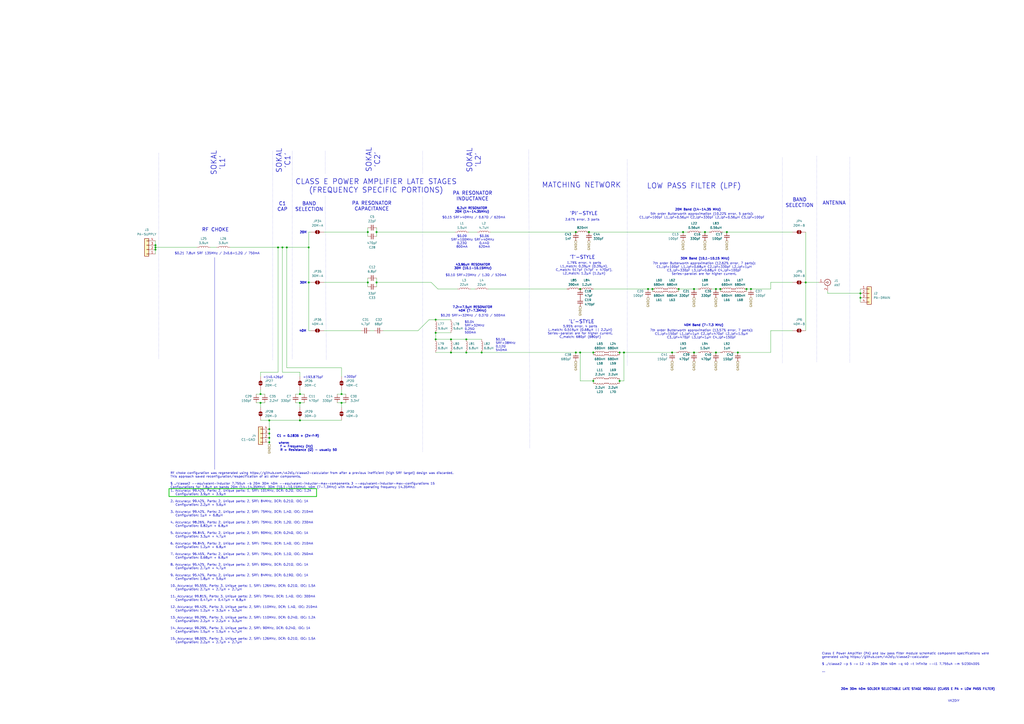
<source format=kicad_sch>
(kicad_sch (version 20231120) (generator "eeschema") (generator_version "8.0")
  (paper "A2")
  (junction (at 252.73 196.85))
  (junction (at 336.55 204.47))
  (junction (at 161.29 143.51))
  (junction (at 156.21 248.92))
  (junction (at 344.17 220.98))
  (junction (at 252.73 185.42))
  (junction (at 156.21 256.54))
  (junction (at 361.95 204.47))
  (junction (at 218.44 134.62))
  (junction (at 415.29 204.47))
  (junction (at 198.12 233.68))
  (junction (at 270.51 204.47))
  (junction (at 375.92 167.64))
  (junction (at 198.12 228.6))
  (junction (at 402.59 167.64))
  (junction (at 344.17 204.47))
  (junction (at 427.99 204.47))
  (junction (at 90.17 142.24))
  (junction (at 261.62 196.85))
  (junction (at 179.07 143.51))
  (junction (at 151.13 233.68))
  (junction (at 151.13 228.6))
  (junction (at 156.21 254))
  (junction (at 433.07 167.64))
  (junction (at 396.24 134.62))
  (junction (at 173.99 233.68))
  (junction (at 270.51 196.85))
  (junction (at 499.11 170.18))
  (junction (at 334.01 204.47))
  (junction (at 359.41 204.47))
  (junction (at 252.73 193.04))
  (junction (at 279.4 204.47))
  (junction (at 408.94 134.62))
  (junction (at 499.11 172.72))
  (junction (at 166.37 143.51))
  (junction (at 334.01 134.62))
  (junction (at 213.36 163.83))
  (junction (at 341.63 134.62))
  (junction (at 378.46 167.64))
  (junction (at 435.61 167.64))
  (junction (at 402.59 204.47))
  (junction (at 218.44 163.83))
  (junction (at 389.89 204.47))
  (junction (at 156.21 243.84))
  (junction (at 359.41 220.98))
  (junction (at 156.21 251.46))
  (junction (at 467.36 163.83))
  (junction (at 336.55 167.64))
  (junction (at 173.99 228.6))
  (junction (at 415.29 167.64))
  (junction (at 179.07 163.83))
  (junction (at 90.17 143.51))
  (junction (at 417.83 167.64))
  (junction (at 90.17 144.78))
  (junction (at 173.99 243.84))
  (junction (at 163.83 143.51))
  (junction (at 213.36 134.62))
  (junction (at 393.7 167.64))
  (junction (at 261.62 204.47))
  (junction (at 421.64 134.62))
  (wire (pts (xy 156.21 243.84) (xy 156.21 248.92)))
  (wire (pts (xy 179.07 143.51) (xy 179.07 163.83)))
  (wire (pts (xy 393.7 167.64) (xy 393.7 168.91)))
  (wire (pts (xy 187.96 134.62) (xy 213.36 134.62)))
  (polyline (pts (xy 493.014 91.186) (xy 493.014 210.82)) (stroke (width 0) (type dot)))
  (wire (pts (xy 408.94 134.62) (xy 411.48 134.62)))
  (wire (pts (xy 359.41 219.71) (xy 359.41 220.98)))
  (wire (pts (xy 499.11 167.64) (xy 499.11 170.18)))
  (wire (pts (xy 198.12 228.6) (xy 200.66 228.6)))
  (wire (pts (xy 447.04 167.64) (xy 447.04 163.83)))
  (wire (pts (xy 179.07 134.62) (xy 180.34 134.62)))
  (wire (pts (xy 180.34 191.77) (xy 179.07 191.77)))
  (wire (pts (xy 270.51 196.85) (xy 279.4 196.85)))
  (wire (pts (xy 261.62 204.47) (xy 270.51 204.47)))
  (wire (pts (xy 151.13 243.84) (xy 156.21 243.84)))
  (wire (pts (xy 90.17 147.32) (xy 90.17 144.78)))
  (wire (pts (xy 218.44 132.08) (xy 218.44 134.62)))
  (wire (pts (xy 222.25 191.77) (xy 242.57 191.77)))
  (wire (pts (xy 402.59 204.47) (xy 405.13 204.47)))
  (wire (pts (xy 187.96 163.83) (xy 213.36 163.83)))
  (wire (pts (xy 156.21 243.84) (xy 173.99 243.84)))
  (wire (pts (xy 344.17 204.47) (xy 344.17 205.74)))
  (wire (pts (xy 218.44 161.29) (xy 218.44 163.83)))
  (wire (pts (xy 187.96 191.77) (xy 209.55 191.77)))
  (wire (pts (xy 415.29 167.64) (xy 417.83 167.64)))
  (wire (pts (xy 173.99 215.9) (xy 173.99 218.44)))
  (wire (pts (xy 270.51 204.47) (xy 279.4 204.47)))
  (wire (pts (xy 393.7 167.64) (xy 402.59 167.64)))
  (polyline (pts (xy 188.595 87.63) (xy 188.595 100.965)) (stroke (width 0) (type dot)))
  (wire (pts (xy 179.07 163.83) (xy 180.34 163.83)))
  (wire (pts (xy 415.29 204.47) (xy 417.83 204.47)))
  (wire (pts (xy 378.46 167.64) (xy 378.46 168.91)))
  (polyline (pts (xy 245.11 87.63) (xy 245.11 100.965)) (stroke (width 0) (type dot)))
  (wire (pts (xy 361.95 204.47) (xy 361.95 220.98)))
  (wire (pts (xy 90.17 142.24) (xy 90.17 139.7)))
  (wire (pts (xy 173.99 228.6) (xy 176.53 228.6)))
  (wire (pts (xy 156.21 256.54) (xy 156.21 257.81)))
  (wire (pts (xy 148.59 228.6) (xy 151.13 228.6)))
  (wire (pts (xy 344.17 219.71) (xy 344.17 220.98)))
  (polyline (pts (xy 92.075 88.9) (xy 92.075 208.534)) (stroke (width 0) (type dot)))
  (wire (pts (xy 163.83 215.9) (xy 173.99 215.9)))
  (wire (pts (xy 406.4 134.62) (xy 408.94 134.62)))
  (wire (pts (xy 284.48 134.62) (xy 334.01 134.62)))
  (polyline (pts (xy 245.11 114.046) (xy 245.11 262.255)) (stroke (width 0) (type dot)))
  (wire (pts (xy 480.06 170.18) (xy 499.11 170.18)))
  (wire (pts (xy 156.21 251.46) (xy 156.21 254)))
  (wire (pts (xy 173.99 233.68) (xy 173.99 236.22)))
  (polyline (pts (xy 169.545 87.63) (xy 169.545 208.534)) (stroke (width 0) (type dot)))
  (wire (pts (xy 133.35 143.51) (xy 161.29 143.51)))
  (wire (pts (xy 375.92 167.64) (xy 378.46 167.64)))
  (wire (pts (xy 179.07 134.62) (xy 179.07 143.51)))
  (wire (pts (xy 90.17 143.51) (xy 114.3 143.51)))
  (wire (pts (xy 427.99 204.47) (xy 447.04 204.47)))
  (wire (pts (xy 195.58 233.68) (xy 198.12 233.68)))
  (wire (pts (xy 90.17 143.51) (xy 90.17 144.78)))
  (wire (pts (xy 344.17 220.98) (xy 336.55 220.98)))
  (wire (pts (xy 151.13 233.68) (xy 153.67 233.68)))
  (wire (pts (xy 173.99 233.68) (xy 176.53 233.68)))
  (wire (pts (xy 171.45 228.6) (xy 173.99 228.6)))
  (polyline (pts (xy 453.898 91.44) (xy 453.898 211.074)) (stroke (width 0) (type dot)))
  (wire (pts (xy 344.17 167.64) (xy 375.92 167.64)))
  (wire (pts (xy 499.11 170.18) (xy 499.11 172.72)))
  (wire (pts (xy 433.07 167.64) (xy 433.07 168.91)))
  (wire (pts (xy 252.73 193.04) (xy 261.62 193.04)))
  (wire (pts (xy 198.12 226.06) (xy 198.12 228.6)))
  (wire (pts (xy 447.04 191.77) (xy 459.74 191.77)))
  (wire (pts (xy 218.44 134.62) (xy 264.16 134.62)))
  (wire (pts (xy 156.21 254) (xy 156.21 256.54)))
  (wire (pts (xy 467.36 163.83) (xy 474.98 163.83)))
  (wire (pts (xy 151.13 218.44) (xy 151.13 215.9)))
  (wire (pts (xy 499.11 172.72) (xy 499.11 175.26)))
  (wire (pts (xy 151.13 215.9) (xy 161.29 215.9)))
  (wire (pts (xy 283.21 167.64) (xy 328.93 167.64)))
  (wire (pts (xy 389.89 204.47) (xy 392.43 204.47)))
  (wire (pts (xy 334.01 204.47) (xy 336.55 204.47)))
  (wire (pts (xy 419.1 134.62) (xy 421.64 134.62)))
  (wire (pts (xy 344.17 220.98) (xy 344.17 222.25)))
  (wire (pts (xy 402.59 167.64) (xy 405.13 167.64)))
  (wire (pts (xy 361.95 204.47) (xy 389.89 204.47)))
  (wire (pts (xy 359.41 220.98) (xy 359.41 222.25)))
  (wire (pts (xy 218.44 163.83) (xy 250.19 163.83)))
  (wire (pts (xy 359.41 204.47) (xy 361.95 204.47)))
  (wire (pts (xy 252.73 193.04) (xy 252.73 196.85)))
  (wire (pts (xy 161.29 143.51) (xy 163.83 143.51)))
  (wire (pts (xy 214.63 191.77) (xy 217.17 191.77)))
  (wire (pts (xy 151.13 233.68) (xy 151.13 236.22)))
  (wire (pts (xy 435.61 167.64) (xy 447.04 167.64)))
  (wire (pts (xy 252.73 196.85) (xy 261.62 196.85)))
  (wire (pts (xy 151.13 228.6) (xy 153.67 228.6)))
  (wire (pts (xy 252.73 204.47) (xy 261.62 204.47)))
  (wire (pts (xy 273.05 167.64) (xy 275.59 167.64)))
  (wire (pts (xy 421.64 134.62) (xy 459.74 134.62)))
  (wire (pts (xy 252.73 185.42) (xy 261.62 185.42)))
  (wire (pts (xy 171.45 233.68) (xy 173.99 233.68)))
  (wire (pts (xy 213.36 134.62) (xy 213.36 137.16)))
  (polyline (pts (xy 306.705 86.995) (xy 307.34 260.35)) (stroke (width 0) (type dot)))
  (wire (pts (xy 250.19 163.83) (xy 254 167.64)))
  (wire (pts (xy 412.75 167.64) (xy 415.29 167.64)))
  (wire (pts (xy 359.41 220.98) (xy 361.95 220.98)))
  (wire (pts (xy 156.21 248.92) (xy 156.21 251.46)))
  (wire (pts (xy 151.13 226.06) (xy 151.13 228.6)))
  (wire (pts (xy 198.12 213.36) (xy 198.12 218.44)))
  (wire (pts (xy 213.36 161.29) (xy 213.36 163.83)))
  (wire (pts (xy 261.62 196.85) (xy 270.51 196.85)))
  (wire (pts (xy 242.57 191.77) (xy 248.92 185.42)))
  (wire (pts (xy 254 167.64) (xy 265.43 167.64)))
  (polyline (pts (xy 124.46 149.352) (xy 124.46 272.288)))
  (wire (pts (xy 148.59 233.68) (xy 151.13 233.68)))
  (wire (pts (xy 198.12 233.68) (xy 198.12 236.22)))
  (wire (pts (xy 412.75 204.47) (xy 415.29 204.47)))
  (wire (pts (xy 121.92 143.51) (xy 125.73 143.51)))
  (wire (pts (xy 213.36 163.83) (xy 213.36 166.37)))
  (wire (pts (xy 425.45 204.47) (xy 427.99 204.47)))
  (wire (pts (xy 166.37 213.36) (xy 198.12 213.36)))
  (wire (pts (xy 341.63 134.62) (xy 396.24 134.62)))
  (wire (pts (xy 218.44 163.83) (xy 218.44 166.37)))
  (wire (pts (xy 447.04 204.47) (xy 447.04 191.77)))
  (wire (pts (xy 195.58 228.6) (xy 198.12 228.6)))
  (wire (pts (xy 467.36 163.83) (xy 467.36 191.77)))
  (wire (pts (xy 166.37 143.51) (xy 179.07 143.51)))
  (wire (pts (xy 163.83 143.51) (xy 166.37 143.51)))
  (wire (pts (xy 163.83 143.51) (xy 163.83 215.9)))
  (wire (pts (xy 90.17 142.24) (xy 90.17 143.51)))
  (polyline (pts (xy 473.71 90.678) (xy 473.71 210.312)) (stroke (width 0) (type dot)))
  (wire (pts (xy 173.99 226.06) (xy 173.99 228.6)))
  (wire (pts (xy 480.06 170.18) (xy 480.06 168.91)))
  (wire (pts (xy 417.83 167.64) (xy 417.83 168.91)))
  (wire (pts (xy 166.37 213.36) (xy 166.37 143.51)))
  (wire (pts (xy 400.05 204.47) (xy 402.59 204.47)))
  (wire (pts (xy 179.07 163.83) (xy 179.07 191.77)))
  (wire (pts (xy 433.07 167.64) (xy 435.61 167.64)))
  (wire (pts (xy 248.92 185.42) (xy 252.73 185.42)))
  (wire (pts (xy 359.41 205.74) (xy 359.41 204.47)))
  (wire (pts (xy 161.29 143.51) (xy 161.29 215.9)))
  (polyline (pts (xy 158.115 87.63) (xy 158.115 208.915)) (stroke (width 0) (type dot)))
  (polyline (pts (xy 363.855 92.71) (xy 363.855 212.344)) (stroke (width 0) (type dot)))
  (wire (pts (xy 198.12 233.68) (xy 200.66 233.68)))
  (wire (pts (xy 279.4 204.47) (xy 334.01 204.47)))
  (wire (pts (xy 447.04 163.83) (xy 459.74 163.83)))
  (wire (pts (xy 271.78 134.62) (xy 276.86 134.62)))
  (wire (pts (xy 173.99 243.84) (xy 198.12 243.84)))
  (wire (pts (xy 396.24 134.62) (xy 398.78 134.62)))
  (wire (pts (xy 218.44 134.62) (xy 218.44 137.16)))
  (wire (pts (xy 213.36 132.08) (xy 213.36 134.62)))
  (wire (pts (xy 336.55 204.47) (xy 344.17 204.47)))
  (wire (pts (xy 336.55 204.47) (xy 336.55 220.98)))
  (wire (pts (xy 467.36 134.62) (xy 467.36 163.83)))
  (polyline (pts (xy 188.722 113.792) (xy 189.23 208.788)) (stroke (width 0) (type dot)))
  (rectangle (start 98.044 283.464) (end 183.642 288.036) (stroke (width 0.4064) (color 0 194 0 1)))
  (text "RF CHOKE" (at 124.968 133.35 0) (effects (font (size 2.032 2.032) (thickness 0.254) (bold yes))))
  (text "20m 30m 40m SOLDER SELECTABLE LATE STAGE MODULE (CLASS E PA + LOW PASS FILTER)" (at 487.68 399.796 0) (effects (font (size 1.27 1.27) (thickness 0.254) (bold yes)) (justify left)))
  (text "7th order Butterworth approximation (13.57% error, 7 parts):\nC1_lpf=150pF L1_lpf=1µH C2_lpf=470pF L2_lpf=1.5µH\nC3_lpf=470pF L3_lpf=1µH C4_lpf=150pF\n" (at 406.908 193.802 0) (effects (font (size 1.27 1.27))))
  (text "RF choke configuration was regenerated using https://github.com/vk2diy/classe2-calculator from after a previous inefficient (high SRF target) design was discarded.\nThis approach saved reconfiguration/respecification of all other components.\n\n$ ./classe2 --equivalent-inductor 7.755uh -b 20m 30m 40m --equivalent-inductor-max-components 3 --equivalent-inductor-max-configurations 15\nConfigurations for 7.8µH on bands 20m (14-14.35MHz), 30m (10.1-10.15MHz), 40m (7-7.3MHz) with maximum operating frequency 14.35MHz:\n1. Accuracy: 99.42%, Parts: 2, Unique parts: 1, SRF: 101MHz, DCR: 0.2Ω, IDC: 1.2A\n   Configuration: 3.9µH + 3.9µH\n\n2. Accuracy: 99.42%, Parts: 2, Unique parts: 2, SRF: 84MHz, DCR: 0.21Ω, IDC: 1A\n   Configuration: 2.2µH + 5.6µH\n\n3. Accuracy: 99.42%, Parts: 2, Unique parts: 2, SRF: 75MHz, DCR: 1.4Ω, IDC: 210mA\n   Configuration: 1µH + 6.8µH\n\n4. Accuracy: 98.26%, Parts: 2, Unique parts: 2, SRF: 75MHz, DCR: 1.2Ω, IDC: 230mA\n   Configuration: 0.82µH + 6.8µH\n\n5. Accuracy: 96.84%, Parts: 2, Unique parts: 2, SRF: 90MHz, DCR: 0.24Ω, IDC: 1A\n   Configuration: 3.3µH + 4.7µH\n\n6. Accuracy: 96.84%, Parts: 2, Unique parts: 2, SRF: 75MHz, DCR: 1.4Ω, IDC: 210mA\n   Configuration: 1.2µH + 6.8µH\n\n7. Accuracy: 96.45%, Parts: 2, Unique parts: 2, SRF: 75MHz, DCR: 1.1Ω, IDC: 250mA\n   Configuration: 0.68µH + 6.8µH\n\n8. Accuracy: 95.42%, Parts: 2, Unique parts: 2, SRF: 90MHz, DCR: 0.21Ω, IDC: 1A\n   Configuration: 2.7µH + 4.7µH\n\n9. Accuracy: 95.42%, Parts: 2, Unique parts: 2, SRF: 84MHz, DCR: 0.19Ω, IDC: 1A\n   Configuration: 1.8µH + 5.6µH\n\n10. Accuracy: 95.55%, Parts: 3, Unique parts: 1, SRF: 126MHz, DCR: 0.21Ω, IDC: 1.5A\n   Configuration: 2.7µH + 2.7µH + 2.7µH\n\n11. Accuracy: 99.81%, Parts: 3, Unique parts: 2, SRF: 75MHz, DCR: 1.4Ω, IDC: 300mA\n   Configuration: 0.47µH + 0.47µH + 6.8µH\n\n12. Accuracy: 99.42%, Parts: 3, Unique parts: 2, SRF: 110MHz, DCR: 1.4Ω, IDC: 210mA\n   Configuration: 1.2µH + 3.3µH + 3.3µH\n\n13. Accuracy: 99.29%, Parts: 3, Unique parts: 2, SRF: 110MHz, DCR: 0.24Ω, IDC: 1.2A\n   Configuration: 2.2µH + 2.2µH + 3.3µH\n\n14. Accuracy: 99.29%, Parts: 3, Unique parts: 2, SRF: 90MHz, DCR: 0.24Ω, IDC: 1A\n   Configuration: 1.5µH + 1.5µH + 4.7µH\n\n15. Accuracy: 98.00%, Parts: 3, Unique parts: 2, SRF: 126MHz, DCR: 0.21Ω, IDC: 1.5A\n   Configuration: 2.2µH + 2.7µH + 2.7µH\n" (at 98.806 273.812 0) (effects (font (size 1.27 1.27)) (justify left top)))
  (text "$0.10 SRF>23MHz / 1.3Ω / 520mA\n" (at 276.098 159.766 0) (effects (font (size 1.27 1.27))))
  (text "6.2uH RESONATOR\n20M (14-14.35MHz)" (at 273.812 121.92 0) (effects (font (size 1.27 1.27) (thickness 0.254) (bold yes))))
  (text "2.67% error, 3 parts" (at 337.82 127.508 0) (effects (font (size 1.27 1.27))))
  (text "5th order Butterworth approximation (10.22% error, 5 parts):\nC1_lpf=100pF L1_lpf=0.56µH C2_lpf=330pF L2_lpf=0.56µH C3_lpf=100pF" (at 407.162 125.222 0) (effects (font (size 1.27 1.27))))
  (text "30M" (at 175.895 164.084 0) (effects (font (size 1.27 1.27) (thickness 0.254) (bold yes))))
  (text "ANTENNA" (at 483.87 117.856 0) (effects (font (size 2.032 2.032) (thickness 0.254) (bold yes))))
  (text "20M Band (14-14.35 MHz)" (at 404.876 121.666 0) (effects (font (size 1.27 1.27) (thickness 0.254) (bold yes))))
  (text "=140.426pF" (at 152.654 218.948 0) (effects (font (size 1.27 1.27)) (justify left)))
  (text "40M Band (7-7.3 MHz)" (at 408.178 188.722 0) (effects (font (size 1.27 1.27) (thickness 0.254) (bold yes))))
  (text "$0.21 7.8uH SRF 135MHz / 2x0.6=1.2Ω / 750mA\n" (at 125.984 147.066 0) (effects (font (size 1.27 1.27))))
  (text "$0.09\nSRF>100MHz\n0.23Ω\n800mA\n" (at 267.97 140.208 0) (effects (font (size 1.27 1.27))))
  (text "$0.06\nSRF>40MHz\n0.44Ω\n620mA\n" (at 280.924 140.208 0) (effects (font (size 1.27 1.27))))
  (text "'PI'-STYLE" (at 338.582 123.952 0) (effects (font (size 2.032 2.032) (thickness 0.254) (bold yes))))
  (text "Class E Power Amplifier (PA) and low pass filter module schematic component specifications were\ngenerated using https://github.com/vk2diy/classe2-calculator\n\n$ ./classe2 -p 5 -v 12 -b 20m 30m 40m -q 40 -t infinite --l1 7.755uh -m SI2304DDS\n\n..." (at 476.758 384.302 0) (effects (font (size 1.27 1.27)) (justify left)))
  (text "C1 = 0.1836 ÷ (2π⋅f⋅R)\n\n where:\n  f = Frequency (Hz)\n  R = Resistance (Ω) - usually 50" (at 160.528 257.048 0) (effects (font (size 1.27 1.27) (thickness 0.254) (bold yes)) (justify left)))
  (text "LOW PASS FILTER (LPF)" (at 402.59 107.95 0) (effects (font (size 3.048 3.048) (thickness 0.254) (bold yes))))
  (text "5.95% error, 4 parts\nL_match: 0.519µH (0.68µH || 2.2µH)\nSeries-parallel are for higher current.\nC_match: 680pF (680pF)\n" (at 336.55 192.532 0) (effects (font (size 1.27 1.27))))
  (text "$0.04\nSRF>32MHz\n0.25Ω\n500mA" (at 269.494 189.992 0) (effects (font (size 1.27 1.27)) (justify left)))
  (text "'T'-STYLE" (at 337.82 149.352 0) (effects (font (size 2.032 2.032) (thickness 0.254) (bold yes))))
  (text "1.79% error, 4 parts\nL1_match: 0.39µH (0.39µH),\nC_match: 517pF (47pF + 470pF),\nL2_match: 1.2µH (1.2µH)\n" (at 338.836 155.702 0) (effects (font (size 1.27 1.27))))
  (text "VK2DIY" (at 549.91 406.654 0) (effects (font (size 1.27 1.27)) (justify left)))
  (text "BAND\nSELECTION" (at 179.324 119.888 0) (effects (font (size 2.032 2.032) (thickness 0.254) (bold yes))))
  (text "'L'-STYLE" (at 337.312 186.69 0) (effects (font (size 2.032 2.032) (thickness 0.254) (bold yes))))
  (text "MATCHING NETWORK" (at 337.312 107.442 0) (effects (font (size 3.048 3.048) (thickness 0.254) (bold yes))))
  (text "20M" (at 175.895 134.874 0) (effects (font (size 1.27 1.27) (thickness 0.254) (bold yes))))
  (text "=300pF" (at 199.39 218.694 0) (effects (font (size 1.27 1.27)) (justify left)))
  (text "C1\nCAP" (at 163.83 119.888 0) (effects (font (size 2.032 2.032) (thickness 0.254) (bold yes))))
  (text "SOKAL\n'C2'" (at 216.408 92.71 90) (effects (font (size 3.048 3.048) (thickness 0.254) (bold yes))))
  (text "$0.15 SRF>40MHz / 0.67Ω / 620mA\n" (at 274.828 126.238 0) (effects (font (size 1.27 1.27))))
  (text "30M Band (10.1-10.15 MHz)" (at 408.94 150.114 0) (effects (font (size 1.27 1.27) (thickness 0.254) (bold yes))))
  (text "BAND\nSELECTION" (at 463.804 117.602 0) (effects (font (size 2.032 2.032) (thickness 0.254) (bold yes))))
  (text "43.96uH RESONATOR\n30M (10.1-10.15MHz)" (at 274.32 154.686 0) (effects (font (size 1.27 1.27) (thickness 0.254) (bold yes))))
  (text "$0.16\nSRF>38MHz\n0.12Ω\n540mA" (at 287.528 200.152 0) (effects (font (size 1.27 1.27)) (justify left)))
  (text "SOKAL\n'L1'" (at 126.492 94.488 90) (effects (font (size 3.048 3.048) (thickness 0.254) (bold yes))))
  (text "7.2~=7.5uH RESONATOR\n40M (7-7.3MHz)" (at 274.066 179.324 0) (effects (font (size 1.27 1.27) (thickness 0.254) (bold yes))))
  (text "PA RESONATOR\nINDUCTANCE" (at 274.066 113.792 0) (effects (font (size 2.032 2.032) (thickness 0.254) (bold yes))))
  (text "SOKAL\n'L2'" (at 274.828 92.964 90) (effects (font (size 3.048 3.048) (thickness 0.254) (bold yes))))
  (text "7th order Butterworth approximation (12.62% error, 7 parts):\nC1_lpf=100pF L1_lpf=0.68µH C2_lpf=330pF L2_lpf=1µH\nC3_lpf=330pF L3_lpf=0.68µH C4_lpf=100pF\nSeries-parallel are for higher current.\n" (at 408.432 155.956 0) (effects (font (size 1.27 1.27))))
  (text "CLASS E POWER AMPLIFIER LATE STAGES\n(FREQUENCY SPECIFIC PORTIONS)" (at 218.186 107.95 0) (effects (font (size 3.048 3.048) (thickness 0.254) (bold yes))))
  (text "SOKAL\n'C1'" (at 164.338 93.218 90) (effects (font (size 3.048 3.048) (thickness 0.254) (bold yes))))
  (text "=193.875pF" (at 175.768 218.948 0) (effects (font (size 1.27 1.27)) (justify left)))
  (text "$0.20 SRF>~32MHz / 0.37Ω / 500mA\n" (at 274.32 183.134 0) (effects (font (size 1.27 1.27))))
  (text "40M" (at 175.641 192.024 0) (effects (font (size 1.27 1.27) (thickness 0.254) (bold yes))))
  (text "PA RESONATOR\nCAPACITANCE" (at 215.646 119.634 0) (effects (font (size 2.032 2.032) (thickness 0.254) (bold yes))))
  (hierarchical_label "GND" (shape passive) (at 421.64 139.7 270))
  (hierarchical_label "GND" (shape passive) (at 402.59 209.55 270))
  (hierarchical_label "GND" (shape passive) (at 408.94 139.7 270))
  (hierarchical_label "GND" (shape passive) (at 396.24 139.7 270))
  (hierarchical_label "GND" (shape passive) (at 435.61 172.72 270))
  (hierarchical_label "GND" (shape passive) (at 336.55 177.8 270))
  (hierarchical_label "GND" (shape passive) (at 156.21 257.81 270))
  (hierarchical_label "GND" (shape passive) (at 415.29 209.55 270))
  (hierarchical_label "GND" (shape passive) (at 334.01 139.7 270))
  (hierarchical_label "GND" (shape passive) (at 415.29 172.72 270))
  (hierarchical_label "GND" (shape passive) (at 375.92 172.72 270))
  (hierarchical_label "GND" (shape passive) (at 402.59 172.72 270))
  (hierarchical_label "GND" (shape passive) (at 334.01 209.55 270))
  (hierarchical_label "GND" (shape passive) (at 427.99 209.55 270))
  (hierarchical_label "GND" (shape passive) (at 389.89 209.55 270))
  (hierarchical_label "GND" (shape passive) (at 341.63 139.7 270))
  (symbol (lib_id "Device:L") (at 355.6 205.74 90) (mirror x) (unit 1)
    (property "Reference" "L59" (at 355.6 210.82 90))
    (property "Value" "680nH" (at 355.6 208.28 90))
    (property "Footprint" "Inductor_SMD:L_0603_1608Metric" (effects (hide yes)))
    (property "Datasheet" "https://wmsc.lcsc.com/wmsc/upload/file/pdf/v2/lcsc/2304140030_FH--Guangdong-Fenghua-Advanced-Tech-CMH160808BR68MT_C394955.pdf" (effects (hide yes)))
    (property "Description" "680nH ±20% 0603 Power Inductors ROHS" (effects (hide yes)))
    (property "LCSC Part #" "C394955" (effects (hide yes)))
    (property "MPN" "CMH160808BR68MT" (effects (hide yes)))
    (property "Manufacturer" "Fenghua" (effects (hide yes)))
  )
  (symbol (lib_id "Device:L") (at 129.54 143.51 90) (unit 1)
    (property "Reference" "L26" (at 129.54 138.43 90))
    (property "Value" "3.9uH" (at 129.54 140.97 90))
    (property "Footprint" "Inductor_SMD:L_1812_4532Metric" (effects (hide yes)))
    (property "Datasheet" "https://wmsc.lcsc.com/wmsc/upload/file/pdf/v2/lcsc/2303141830_FH--Guangdong-Fenghua-Advanced-Tech-FHW1812IF3R9JST_C394117.pdf" (effects (hide yes)))
    (property "Description" "750mA 3.9uH ±5% 600mΩ 1812 Inductors (SMD) ROHS" (effects (hide yes)))
    (property "LCSC Part #" "C394117" (effects (hide yes)))
    (property "MPN" "FHW1812IF3R9JST" (effects (hide yes)))
    (property "Manufacturer" "Fenghua" (effects (hide yes)))
  )
  (symbol (lib_id "Device:C_Small") (at 215.9 137.16 90) (mirror x) (unit 1)
    (property "Reference" "C28" (at 215.9063 143.51 90))
    (property "Value" "470pF" (at 215.9063 140.97 90))
    (property "Footprint" "Capacitor_SMD:C_0603_1608Metric" (effects (hide yes)))
    (property "Datasheet" "https://www.lcsc.com/datasheet/lcsc_datasheet_2304140030_YAGEO-CC0603JRNPO9BN471_C106211.pdf" (effects (hide yes)))
    (property "Description" "50V 470pF NP0 ±5% 0603 Multilayer Ceramic Capacitors MLCC - SMD/SMT ROHS" (effects (hide yes)))
    (property "LCSC Part #" "C106211" (effects (hide yes)))
    (property "MPN" "CC0603JRNPO9BN471" (effects (hide yes)))
    (property "Manufacturer" "Yageo" (effects (hide yes)))
  )
  (symbol (lib_id "Device:C_Small") (at 341.63 137.16 0) (unit 1)
    (property "Reference" "C44" (at 344.17 135.8962 0) (effects (justify left)))
    (property "Value" "330pF" (at 344.17 138.4362 0) (effects (justify left)))
    (property "Footprint" "Capacitor_SMD:C_0603_1608Metric" (effects (hide yes)))
    (property "Datasheet" "https://www.lcsc.com/datasheet/lcsc_datasheet_2304140030_Samsung-Electro-Mechanics-CL10C331JB8NNNC_C1664.pdf" (effects (hide yes)))
    (property "Description" "50V 330pF C0G ±5% 0603 Multilayer Ceramic Capacitors MLCC - SMD/SMT ROHS" (effects (hide yes)))
    (property "LCSC Part #" "C1664" (effects (hide yes)))
    (property "MPN" "CL10C331JB8NNNC" (effects (hide yes)))
    (property "Manufacturer" "Samsung" (effects (hide yes)))
  )
  (symbol (lib_id "Device:C_Small") (at 389.89 207.01 0) (mirror y) (unit 1)
    (property "Reference" "C41" (at 387.35 205.7462 0) (effects (justify left)))
    (property "Value" "150pF" (at 387.35 208.2862 0) (effects (justify left)))
    (property "Footprint" "Capacitor_SMD:C_0201_0603Metric" (effects (hide yes)))
    (property "Datasheet" "https://www.lcsc.com/datasheet/lcsc_datasheet_2304140030_FH--Guangdong-Fenghua-Advanced-Tech-0603B151K500NT_C1594.pdf" (effects (hide yes)))
    (property "Description" "50V 150pF X7R ±10% 0603 Multilayer Ceramic Capacitors MLCC - SMD/SMT ROHS" (effects (hide yes)))
    (property "MPN" "0603B151K500NT" (effects (hide yes)))
    (property "Manufacturer" "Fenghua" (effects (hide yes)))
    (property "LCSC Part #" "C1594" (effects (hide yes)))
  )
  (symbol (lib_id "Device:C_Small") (at 375.92 170.18 0) (mirror y) (unit 1)
    (property "Reference" "C20" (at 373.38 168.9162 0) (effects (justify left)))
    (property "Value" "100pF" (at 373.38 171.4562 0) (effects (justify left)))
    (property "Footprint" "Capacitor_SMD:C_0805_2012Metric" (effects (hide yes)))
    (property "Datasheet" "https://wmsc.lcsc.com/wmsc/upload/file/pdf/v2/lcsc/2304140030_Samsung-Electro-Mechanics-CL21C101JBANNNC_C1790.pdf" (effects (hide yes)))
    (property "Description" "50V 100pF C0G ±5% 0805 Multilayer Ceramic Capacitors MLCC - SMD/SMT ROHS" (effects (hide yes)))
    (property "LCSC Part #" "C1790" (effects (hide yes)))
    (property "MPN" "CL21C101JBANNNC" (effects (hide yes)))
    (property "Manufacturer" "Samsung" (effects (hide yes)))
  )
  (symbol (lib_id "Device:C_Small") (at 148.59 231.14 0) (mirror y) (unit 1)
    (property "Reference" "C29" (at 146.05 229.8762 0) (effects (justify left)))
    (property "Value" "150pF" (at 146.05 232.4162 0) (effects (justify left)))
    (property "Footprint" "Capacitor_SMD:C_0201_0603Metric" (effects (hide yes)))
    (property "Datasheet" "https://www.lcsc.com/datasheet/lcsc_datasheet_2304140030_FH--Guangdong-Fenghua-Advanced-Tech-0603B151K500NT_C1594.pdf" (effects (hide yes)))
    (property "Description" "50V 150pF X7R ±10% 0603 Multilayer Ceramic Capacitors MLCC - SMD/SMT ROHS" (effects (hide yes)))
    (property "MPN" "0603B151K500NT" (effects (hide yes)))
    (property "Manufacturer" "Fenghua" (effects (hide yes)))
    (property "LCSC Part #" "C1594" (effects (hide yes)))
  )
  (symbol (lib_id "Jumper:SolderJumper_2_Open") (at 463.55 163.83 0) (unit 1) (exclude_from_sim yes) (in_bom no)
    (property "Reference" "JP5" (at 463.55 157.48 0))
    (property "Value" "30M-B" (at 463.55 160.02 0))
    (property "Footprint" "Jumper:SolderJumper-2_P1.3mm_Open_RoundedPad1.0x1.5mm" (effects (hide yes)))
    (property "Description" "Solder Jumper, 2-pole, open" (effects (hide yes)))
  )
  (symbol (lib_id "Device:C_Small") (at 195.58 231.14 0) (mirror y) (unit 1)
    (property "Reference" "C14" (at 193.04 229.8762 0) (effects (justify left)))
    (property "Value" "330pF" (at 193.04 232.4162 0) (effects (justify left)))
    (property "Footprint" "Capacitor_SMD:C_0603_1608Metric" (effects (hide yes)))
    (property "Datasheet" "https://www.lcsc.com/datasheet/lcsc_datasheet_2304140030_Samsung-Electro-Mechanics-CL10C331JB8NNNC_C1664.pdf" (effects (hide yes)))
    (property "Description" "50V 330pF C0G ±5% 0603 Multilayer Ceramic Capacitors MLCC - SMD/SMT ROHS" (effects (hide yes)))
    (property "LCSC Part #" "C1664" (effects (hide yes)))
    (property "MPN" "CL10C331JB8NNNC" (effects (hide yes)))
    (property "Manufacturer" "Samsung" (effects (hide yes)))
  )
  (symbol (lib_id "Device:C_Small") (at 219.71 191.77 90) (unit 1)
    (property "Reference" "C32" (at 219.7163 185.42 90))
    (property "Value" "68pF" (at 219.7163 187.96 90))
    (property "Footprint" "Capacitor_SMD:C_0603_1608Metric" (effects (hide yes)))
    (property "Datasheet" "https://www.lcsc.com/datasheet/lcsc_datasheet_2304140030_Samsung-Electro-Mechanics-CL10C680JB8NNNC_C28262.pdf" (effects (hide yes)))
    (property "Description" "50V 68pF C0G ±5% 0603 Multilayer Ceramic Capacitors MLCC - SMD/SMT ROHS" (effects (hide yes)))
    (property "LCSC Part #" "C28262" (effects (hide yes)))
    (property "MPN" "CL10C680JB8NNNC" (effects (hide yes)))
    (property "Manufacturer" "Samsung" (effects (hide yes)))
  )
  (symbol (lib_id "Device:L") (at 252.73 189.23 0) (unit 1)
    (property "Reference" "L77" (at 254 187.9599 0) (effects (justify left)))
    (property "Value" "5.6uH" (at 254 190.4999 0) (effects (justify left)))
    (property "Footprint" "Inductor_SMD:L_0805_2012Metric" (effects (hide yes)))
    (property "Datasheet" "https://wmsc.lcsc.com/wmsc/upload/file/pdf/v2/lcsc/2302231030_FH--Guangdong-Fenghua-Advanced-Tech-CMP201209XD5R6MT_C395017.pdf" (effects (hide yes)))
    (property "Description" "250mA 5.6uH ±20% 500mΩ 0805 Inductors (SMD) ROHS" (effects (hide yes)))
    (property "LCSC Part #" "C395017" (effects (hide yes)))
    (property "MPN" "CMP201209XD5R6MT" (effects (hide yes)))
    (property "Manufacturer" "Fenghua" (effects (hide yes)))
  )
  (symbol (lib_id "Device:C_Small") (at 435.61 170.18 0) (unit 1)
    (property "Reference" "C37" (at 438.15 168.9162 0) (effects (justify left)))
    (property "Value" "100pF" (at 438.15 171.4562 0) (effects (justify left)))
    (property "Footprint" "Capacitor_SMD:C_0805_2012Metric" (effects (hide yes)))
    (property "Datasheet" "https://wmsc.lcsc.com/wmsc/upload/file/pdf/v2/lcsc/2304140030_Samsung-Electro-Mechanics-CL21C101JBANNNC_C1790.pdf" (effects (hide yes)))
    (property "Description" "50V 100pF C0G ±5% 0805 Multilayer Ceramic Capacitors MLCC - SMD/SMT ROHS" (effects (hide yes)))
    (property "LCSC Part #" "C1790" (effects (hide yes)))
    (property "MPN" "CL21C101JBANNNC" (effects (hide yes)))
    (property "Manufacturer" "Samsung" (effects (hide yes)))
  )
  (symbol (lib_id "Device:C_Small") (at 334.01 137.16 0) (mirror y) (unit 1)
    (property "Reference" "C43" (at 331.47 135.8962 0) (effects (justify left)))
    (property "Value" "1nF" (at 331.47 138.4362 0) (effects (justify left)))
    (property "Footprint" "Capacitor_SMD:C_1206_3216Metric" (effects (hide yes)))
    (property "Datasheet" "https://wmsc.lcsc.com/wmsc/upload/file/pdf/v2/lcsc/2304140030_FH--Guangdong-Fenghua-Advanced-Tech-1206B102K202NT_C9196.pdf" (effects (hide yes)))
    (property "Description" "2kV 1nF X7R ±10% 1206 Multilayer Ceramic Capacitors MLCC - SMD/SMT ROHS" (effects (hide yes)))
    (property "LCSC Part #" "C9196" (effects (hide yes)))
    (property "MPN" "1206B102K202NT" (effects (hide yes)))
    (property "Manufacturer" "Fenghua" (effects (hide yes)))
  )
  (symbol (lib_id "Device:L") (at 421.64 167.64 90) (unit 1)
    (property "Reference" "L64" (at 421.64 162.56 90))
    (property "Value" "680nH" (at 421.64 165.1 90))
    (property "Footprint" "Inductor_SMD:L_0603_1608Metric" (effects (hide yes)))
    (property "Datasheet" "https://wmsc.lcsc.com/wmsc/upload/file/pdf/v2/lcsc/2304140030_FH--Guangdong-Fenghua-Advanced-Tech-CMH160808BR68MT_C394955.pdf" (effects (hide yes)))
    (property "Description" "680nH ±20% 0603 Power Inductors ROHS" (effects (hide yes)))
    (property "LCSC Part #" "C394955" (effects (hide yes)))
    (property "MPN" "CMH160808BR68MT" (effects (hide yes)))
    (property "Manufacturer" "Fenghua" (effects (hide yes)))
  )
  (symbol (lib_id "Jumper:SolderJumper_2_Open") (at 151.13 240.03 90) (unit 1) (exclude_from_sim yes) (in_bom no)
    (property "Reference" "JP28" (at 153.67 238.7599 90) (effects (justify right)))
    (property "Value" "20M-D" (at 153.67 241.2999 90) (effects (justify right)))
    (property "Footprint" "Jumper:SolderJumper-2_P1.3mm_Open_RoundedPad1.0x1.5mm" (effects (hide yes)))
    (property "Description" "Solder Jumper, 2-pole, open" (effects (hide yes)))
  )
  (symbol (lib_id "Device:C_Small") (at 415.29 170.18 0) (mirror y) (unit 1)
    (property "Reference" "C36" (at 412.75 168.9162 0) (effects (justify left)))
    (property "Value" "330pF" (at 412.75 171.4562 0) (effects (justify left)))
    (property "Footprint" "Capacitor_SMD:C_0603_1608Metric" (effects (hide yes)))
    (property "Datasheet" "https://www.lcsc.com/datasheet/lcsc_datasheet_2304140030_Samsung-Electro-Mechanics-CL10C331JB8NNNC_C1664.pdf" (effects (hide yes)))
    (property "Description" "50V 330pF C0G ±5% 0603 Multilayer Ceramic Capacitors MLCC - SMD/SMT ROHS" (effects (hide yes)))
    (property "LCSC Part #" "C1664" (effects (hide yes)))
    (property "MPN" "CL10C331JB8NNNC" (effects (hide yes)))
    (property "Manufacturer" "Samsung" (effects (hide yes)))
  )
  (symbol (lib_id "Device:L") (at 389.89 167.64 90) (unit 1)
    (property "Reference" "L62" (at 389.89 162.56 90))
    (property "Value" "680nH" (at 389.89 165.1 90))
    (property "Footprint" "Inductor_SMD:L_0603_1608Metric" (effects (hide yes)))
    (property "Datasheet" "https://wmsc.lcsc.com/wmsc/upload/file/pdf/v2/lcsc/2304140030_FH--Guangdong-Fenghua-Advanced-Tech-CMH160808BR68MT_C394955.pdf" (effects (hide yes)))
    (property "Description" "680nH ±20% 0603 Power Inductors ROHS" (effects (hide yes)))
    (property "LCSC Part #" "C394955" (effects (hide yes)))
    (property "MPN" "CMH160808BR68MT" (effects (hide yes)))
    (property "Manufacturer" "Fenghua" (effects (hide yes)))
  )
  (symbol (lib_id "Device:C_Small") (at 396.24 137.16 0) (mirror y) (unit 1)
    (property "Reference" "C13" (at 393.7 135.8962 0) (effects (justify left)))
    (property "Value" "100pF" (at 393.7 138.4362 0) (effects (justify left)))
    (property "Footprint" "Capacitor_SMD:C_0805_2012Metric" (effects (hide yes)))
    (property "Datasheet" "https://wmsc.lcsc.com/wmsc/upload/file/pdf/v2/lcsc/2304140030_Samsung-Electro-Mechanics-CL21C101JBANNNC_C1790.pdf" (effects (hide yes)))
    (property "Description" "50V 100pF C0G ±5% 0805 Multilayer Ceramic Capacitors MLCC - SMD/SMT ROHS" (effects (hide yes)))
    (property "LCSC Part #" "C1790" (effects (hide yes)))
    (property "MPN" "CL21C101JBANNNC" (effects (hide yes)))
    (property "Manufacturer" "Samsung" (effects (hide yes)))
  )
  (symbol (lib_id "Device:C_Small") (at 402.59 207.01 0) (mirror y) (unit 1)
    (property "Reference" "C39" (at 400.05 205.7462 0) (effects (justify left)))
    (property "Value" "470pF" (at 400.05 208.2862 0) (effects (justify left)))
    (property "Footprint" "Capacitor_SMD:C_0805_2012Metric" (effects (hide yes)))
    (property "Datasheet" "https://wmsc.lcsc.com/wmsc/upload/file/pdf/v2/lcsc/2304140030_FH--Guangdong-Fenghua-Advanced-Tech-0805B471K500NT_C1743.pdf" (effects (hide yes)))
    (property "Description" "50V 470pF X7R ±10% 0805 Multilayer Ceramic Capacitors MLCC - SMD/SMT ROHS" (effects (hide yes)))
    (property "LCSC Part #" "C1743" (effects (hide yes)))
    (property "MPN" "0805B471K500NT" (effects (hide yes)))
    (property "Manufacturer" "Fenghua" (effects (hide yes)))
  )
  (symbol (lib_id "Jumper:SolderJumper_2_Open") (at 173.99 240.03 90) (unit 1) (exclude_from_sim yes) (in_bom no)
    (property "Reference" "JP29" (at 176.53 238.7599 90) (effects (justify right)))
    (property "Value" "30M-D" (at 176.53 241.2999 90) (effects (justify right)))
    (property "Footprint" "Jumper:SolderJumper-2_P1.3mm_Open_RoundedPad1.0x1.5mm" (effects (hide yes)))
    (property "Description" "Solder Jumper, 2-pole, open" (effects (hide yes)))
  )
  (symbol (lib_id "Device:L") (at 347.98 219.71 90) (unit 1)
    (property "Reference" "L11" (at 347.98 214.63 90))
    (property "Value" "2.2uH" (at 347.98 217.17 90))
    (property "Footprint" "Inductor_SMD:L_0603_1608Metric" (effects (hide yes)))
    (property "Datasheet" "https://wmsc.lcsc.com/wmsc/upload/file/pdf/v2/lcsc/2403291731_Chilisin-Elec-LS0603-2R2J-N_C2935084.pdf" (effects (hide yes)))
    (property "Description" "500mA 2.2uH ±5% 1.2Ω 0603 Inductors (SMD) ROHS" (effects (hide yes)))
    (property "LCSC Part #" "C2935084" (effects (hide yes)))
    (property "MPN" "LS0603-2R2J-N" (effects (hide yes)))
    (property "Manufacturer" "Chilisin" (effects (hide yes)))
  )
  (symbol (lib_id "Device:L") (at 269.24 167.64 90) (unit 1)
    (property "Reference" "L3" (at 269.24 162.56 90))
    (property "Value" "22uH" (at 269.24 165.1 90))
    (property "Footprint" "Inductor_SMD:L_Sunlord_SWPA3015S" (effects (hide yes)))
    (property "Datasheet" "https://www.lcsc.com/datasheet/lcsc_datasheet_2310251551_Sunlord-SWPA3015S220MT_C83438.pdf" (effects (hide yes)))
    (property "Description" "570mA 22uH ±20% 520mA SMD,3x3mm Power Inductors ROHS" (effects (hide yes)))
    (property "LCSC Part #" "C83438" (effects (hide yes)))
    (property "MPN" "SWPA3015S220MT" (effects (hide yes)))
    (property "Manufacturer" "Sunlord" (effects (hide yes)))
  )
  (symbol (lib_id "Jumper:SolderJumper_2_Open") (at 173.99 222.25 90) (unit 1) (exclude_from_sim yes) (in_bom no)
    (property "Reference" "JP26" (at 176.53 220.9799 90) (effects (justify right)))
    (property "Value" "30M-C" (at 176.53 223.5199 90) (effects (justify right)))
    (property "Footprint" "Jumper:SolderJumper-2_P1.3mm_Open_RoundedPad1.0x1.5mm" (effects (hide yes)))
    (property "Description" "Solder Jumper, 2-pole, open" (effects (hide yes)))
  )
  (symbol (lib_id "Device:C_Small") (at 427.99 207.01 0) (mirror y) (unit 1)
    (property "Reference" "C42" (at 425.45 205.7462 0) (effects (justify left)))
    (property "Value" "150pF" (at 425.45 208.2862 0) (effects (justify left)))
    (property "Footprint" "Capacitor_SMD:C_0201_0603Metric" (effects (hide yes)))
    (property "Datasheet" "https://www.lcsc.com/datasheet/lcsc_datasheet_2304140030_FH--Guangdong-Fenghua-Advanced-Tech-0603B151K500NT_C1594.pdf" (effects (hide yes)))
    (property "Description" "50V 150pF X7R ±10% 0603 Multilayer Ceramic Capacitors MLCC - SMD/SMT ROHS" (effects (hide yes)))
    (property "MPN" "0603B151K500NT" (effects (hide yes)))
    (property "Manufacturer" "Fenghua" (effects (hide yes)))
    (property "LCSC Part #" "C1594" (effects (hide yes)))
  )
  (symbol (lib_id "Connector_Generic:Conn_01x04") (at 504.19 170.18 0) (unit 1)
    (property "Reference" "J2" (at 506.73 170.1799 0) (effects (justify left)))
    (property "Value" "PA-DRAIN" (at 506.73 172.7199 0) (effects (justify left)))
    (property "Footprint" "Connector_PinSocket_2.54mm:PinSocket_1x04_P2.54mm_Vertical" (effects (hide yes)))
    (property "Description" "Generic connector, single row, 01x04, script generated (kicad-library-utils/schlib/autogen/connector/)" (effects (hide yes)))
  )
  (symbol (lib_id "Device:C_Small") (at 215.9 166.37 90) (mirror x) (unit 1)
    (property "Reference" "C33" (at 215.9063 172.72 90))
    (property "Value" "33pF" (at 215.9063 170.18 90))
    (property "Footprint" "Capacitor_SMD:C_1206_3216Metric" (effects (hide yes)))
    (property "Datasheet" "https://wmsc.lcsc.com/wmsc/upload/file/pdf/v2/lcsc/2304140030_Murata-Electronics-GRM31A5C2J330JW01D_C415521.pdf" (effects (hide yes)))
    (property "Description" "630V 33pF C0G ±5% 1206 Multilayer Ceramic Capacitors MLCC - SMD/SMT ROHS" (effects (hide yes)))
    (property "LCSC Part #" "C415521" (effects (hide yes)))
    (property "MPN" "GRM31A5C2J330JW01D" (effects (hide yes)))
    (property "Manufacturer" "Murata" (effects (hide yes)))
  )
  (symbol (lib_id "Connector_Generic:Conn_01x04") (at 85.09 144.78 180) (unit 1)
    (property "Reference" "J3" (at 85.09 133.35 0))
    (property "Value" "PA-SUPPLY" (at 85.09 135.89 0))
    (property "Footprint" "Connector_PinSocket_2.54mm:PinSocket_1x04_P2.54mm_Vertical" (effects (hide yes)))
    (property "Description" "Generic connector, single row, 01x04, script generated (kicad-library-utils/schlib/autogen/connector/)" (effects (hide yes)))
  )
  (symbol (lib_id "Device:L") (at 332.74 167.64 90) (unit 1)
    (property "Reference" "L85" (at 332.74 162.56 90))
    (property "Value" "390nH" (at 332.74 165.1 90))
    (property "Footprint" "Inductor_SMD:L_0603_1608Metric" (effects (hide yes)))
    (property "Datasheet" "https://www.lcsc.com/datasheet/lcsc_datasheet_2304140030_EMTEK-LCF0603-R39J-T_C251955.pdf" (effects (hide yes)))
    (property "Description" "860mA 390nH ±5% SMD Power Inductors ROHS" (effects (hide yes)))
    (property "LCSC Part #" "C251955" (effects (hide yes)))
    (property "MPN" "LCF0603-R39J-T" (effects (hide yes)))
    (property "Manufacturer" "Emtek" (effects (hide yes)))
  )
  (symbol (lib_id "Connector:Conn_Coaxial") (at 480.06 163.83 0) (unit 1)
    (property "Reference" "J1" (at 483.87 162.8531 0) (effects (justify left)))
    (property "Value" "ANT" (at 483.87 165.3931 0) (effects (justify left)))
    (property "Footprint" "adxi-footprints:ANT-TH_KH-BNC50-3511" (effects (hide yes)))
    (property "Description" "coaxial connector (BNC, SMA, SMB, SMC, Cinch/RCA, LEMO, ...)" (effects (hide yes)))
  )
  (symbol (lib_id "Device:C_Small") (at 408.94 137.16 0) (mirror y) (unit 1)
    (property "Reference" "C16" (at 406.4 135.8962 0) (effects (justify left)))
    (property "Value" "330pF" (at 406.4 138.4362 0) (effects (justify left)))
    (property "Footprint" "Capacitor_SMD:C_0603_1608Metric" (effects (hide yes)))
    (property "Datasheet" "https://www.lcsc.com/datasheet/lcsc_datasheet_2304140030_Samsung-Electro-Mechanics-CL10C331JB8NNNC_C1664.pdf" (effects (hide yes)))
    (property "Description" "50V 330pF C0G ±5% 0603 Multilayer Ceramic Capacitors MLCC - SMD/SMT ROHS" (effects (hide yes)))
    (property "LCSC Part #" "C1664" (effects (hide yes)))
    (property "MPN" "CL10C331JB8NNNC" (effects (hide yes)))
    (property "Manufacturer" "Samsung" (effects (hide yes)))
  )
  (symbol (lib_id "Connector_Generic:Conn_01x04") (at 151.13 254 180) (unit 1)
    (property "Reference" "J4" (at 147.32 252.73 0))
    (property "Value" "C1-GND" (at 144.018 255.016 0))
    (property "Footprint" "Connector_PinSocket_2.54mm:PinSocket_1x04_P2.54mm_Vertical" (effects (hide yes)))
    (property "Description" "Generic connector, single row, 01x04, script generated (kicad-library-utils/schlib/autogen/connector/)" (effects (hide yes)))
  )
  (symbol (lib_id "Device:L") (at 347.98 222.25 90) (mirror x) (unit 1)
    (property "Reference" "L23" (at 347.98 227.33 90))
    (property "Value" "2.2uH" (at 347.98 224.79 90))
    (property "Footprint" "Inductor_SMD:L_0603_1608Metric" (effects (hide yes)))
    (property "Datasheet" "https://wmsc.lcsc.com/wmsc/upload/file/pdf/v2/lcsc/2403291731_Chilisin-Elec-LS0603-2R2J-N_C2935084.pdf" (effects (hide yes)))
    (property "Description" "500mA 2.2uH ±5% 1.2Ω 0603 Inductors (SMD) ROHS" (effects (hide yes)))
    (property "LCSC Part #" "C2935084" (effects (hide yes)))
    (property "MPN" "LS0603-2R2J-N" (effects (hide yes)))
    (property "Manufacturer" "Chilisin" (effects (hide yes)))
  )
  (symbol (lib_id "Device:L") (at 261.62 189.23 0) (unit 1)
    (property "Reference" "L78" (at 262.89 187.9599 0) (effects (justify left)))
    (property "Value" "5.6uH" (at 262.89 190.4999 0) (effects (justify left)))
    (property "Footprint" "Inductor_SMD:L_0805_2012Metric" (effects (hide yes)))
    (property "Datasheet" "https://wmsc.lcsc.com/wmsc/upload/file/pdf/v2/lcsc/2302231030_FH--Guangdong-Fenghua-Advanced-Tech-CMP201209XD5R6MT_C395017.pdf" (effects (hide yes)))
    (property "Description" "250mA 5.6uH ±20% 500mΩ 0805 Inductors (SMD) ROHS" (effects (hide yes)))
    (property "LCSC Part #" "C395017" (effects (hide yes)))
    (property "MPN" "CMP201209XD5R6MT" (effects (hide yes)))
    (property "Manufacturer" "Fenghua" (effects (hide yes)))
  )
  (symbol (lib_id "Device:L") (at 347.98 205.74 90) (mirror x) (unit 1)
    (property "Reference" "L58" (at 347.98 210.82 90))
    (property "Value" "680nH" (at 347.98 208.28 90))
    (property "Footprint" "Inductor_SMD:L_0603_1608Metric" (effects (hide yes)))
    (property "Datasheet" "https://wmsc.lcsc.com/wmsc/upload/file/pdf/v2/lcsc/2304140030_FH--Guangdong-Fenghua-Advanced-Tech-CMH160808BR68MT_C394955.pdf" (effects (hide yes)))
    (property "Description" "680nH ±20% 0603 Power Inductors ROHS" (effects (hide yes)))
    (property "LCSC Part #" "C394955" (effects (hide yes)))
    (property "MPN" "CMH160808BR68MT" (effects (hide yes)))
    (property "Manufacturer" "Fenghua" (effects (hide yes)))
  )
  (symbol (lib_id "Device:L") (at 279.4 200.66 0) (unit 1)
    (property "Reference" "L82" (at 280.67 199.3899 0) (effects (justify left)))
    (property "Value" "6.8uH" (at 280.67 201.9299 0) (effects (justify left)))
    (property "Footprint" "Inductor_SMD:L_0805_2012Metric" (effects (hide yes)))
    (property "Datasheet" "https://www.lcsc.com/datasheet/lcsc_datasheet_2304140030_Taiyo-Yuden-LB2012T6R8M_C223247.pdf" (effects (hide yes)))
    (property "Description" "135mA 6.8uH ±20% 0805 Power Inductors ROHS" (effects (hide yes)))
    (property "LCSC Part #" "C223247" (effects (hide yes)))
    (property "MPN" "LB2012T6R8M" (effects (hide yes)))
    (property "Manufacturer" "Taiyo-Yuden" (effects (hide yes)))
  )
  (symbol (lib_id "Device:L") (at 382.27 167.64 90) (unit 1)
    (property "Reference" "L60" (at 382.27 162.56 90))
    (property "Value" "680nH" (at 382.27 165.1 90))
    (property "Footprint" "Inductor_SMD:L_0603_1608Metric" (effects (hide yes)))
    (property "Datasheet" "https://wmsc.lcsc.com/wmsc/upload/file/pdf/v2/lcsc/2304140030_FH--Guangdong-Fenghua-Advanced-Tech-CMH160808BR68MT_C394955.pdf" (effects (hide yes)))
    (property "Description" "680nH ±20% 0603 Power Inductors ROHS" (effects (hide yes)))
    (property "LCSC Part #" "C394955" (effects (hide yes)))
    (property "MPN" "CMH160808BR68MT" (effects (hide yes)))
    (property "Manufacturer" "Fenghua" (effects (hide yes)))
  )
  (symbol (lib_id "Device:C_Small") (at 336.55 175.26 0) (unit 1)
    (property "Reference" "C19" (at 339.09 173.9962 0) (effects (justify left)))
    (property "Value" "470pF" (at 339.09 176.5362 0) (effects (justify left)))
    (property "Footprint" "Capacitor_SMD:C_0805_2012Metric" (effects (hide yes)))
    (property "Datasheet" "https://wmsc.lcsc.com/wmsc/upload/file/pdf/v2/lcsc/2304140030_FH--Guangdong-Fenghua-Advanced-Tech-0805B471K500NT_C1743.pdf" (effects (hide yes)))
    (property "Description" "50V 470pF X7R ±10% 0805 Multilayer Ceramic Capacitors MLCC - SMD/SMT ROHS" (effects (hide yes)))
    (property "LCSC Part #" "C1743" (effects (hide yes)))
    (property "MPN" "0805B471K500NT" (effects (hide yes)))
    (property "Manufacturer" "Fenghua" (effects (hide yes)))
  )
  (symbol (lib_id "Device:L") (at 270.51 200.66 0) (unit 1)
    (property "Reference" "L81" (at 271.78 199.3899 0) (effects (justify left)))
    (property "Value" "6.8uH" (at 271.78 201.9299 0) (effects (justify left)))
    (property "Footprint" "Inductor_SMD:L_0805_2012Metric" (effects (hide yes)))
    (property "Datasheet" "https://www.lcsc.com/datasheet/lcsc_datasheet_2304140030_Taiyo-Yuden-LB2012T6R8M_C223247.pdf" (effects (hide yes)))
    (property "Description" "135mA 6.8uH ±20% 0805 Power Inductors ROHS" (effects (hide yes)))
    (property "LCSC Part #" "C223247" (effects (hide yes)))
    (property "MPN" "LB2012T6R8M" (effects (hide yes)))
    (property "Manufacturer" "Taiyo-Yuden" (effects (hide yes)))
  )
  (symbol (lib_id "Device:C_Small") (at 336.55 170.18 0) (unit 1)
    (property "Reference" "C18" (at 339.09 168.9162 0) (effects (justify left)))
    (property "Value" "47pF" (at 339.09 171.4562 0) (effects (justify left)))
    (property "Footprint" "Capacitor_SMD:C_0805_2012Metric" (effects (hide yes)))
    (property "Datasheet" "https://wmsc.lcsc.com/wmsc/upload/file/pdf/v2/lcsc/2304140030_Samsung-Electro-Mechanics-CL21C470JBANNNC_C14857.pdf" (effects (hide yes)))
    (property "Description" "50V 47pF C0G ±5% 0805 Multilayer Ceramic Capacitors MLCC - SMD/SMT ROHS" (effects (hide yes)))
    (property "LCSC Part #" "C14857" (effects (hide yes)))
    (property "MPN" "CL21C470JBANNNC" (effects (hide yes)))
    (property "Manufacturer" "Samsung" (effects (hide yes)))
  )
  (symbol (lib_id "Device:L") (at 267.97 134.62 90) (unit 1)
    (property "Reference" "L1" (at 267.97 129.54 90))
    (property "Value" "1.5uH" (at 267.97 132.08 90))
    (property "Footprint" "Inductor_SMD:L_0603_1608Metric" (effects (hide yes)))
    (property "Datasheet" "https://www.lcsc.com/datasheet/lcsc_datasheet_2304140030_Murata-Electronics-LQM18PN1R5MFRL_C337909.pdf" (effects (hide yes)))
    (property "Description" "800mA 1.5uH ±20% 230mΩ 0603 Inductors (SMD) ROHS" (effects (hide yes)))
    (property "LCSC Part #" "C337909" (effects (hide yes)))
    (property "MPN" "LQM18PN1R5MFRL" (effects (hide yes)))
    (property "Manufacturer" "Murata" (effects (hide yes)))
  )
  (symbol (lib_id "Device:C_Small") (at 421.64 137.16 0) (mirror y) (unit 1)
    (property "Reference" "C17" (at 419.1 135.8962 0) (effects (justify left)))
    (property "Value" "100pF" (at 419.1 138.4362 0) (effects (justify left)))
    (property "Footprint" "Capacitor_SMD:C_0805_2012Metric" (effects (hide yes)))
    (property "Datasheet" "https://wmsc.lcsc.com/wmsc/upload/file/pdf/v2/lcsc/2304140030_Samsung-Electro-Mechanics-CL21C101JBANNNC_C1790.pdf" (effects (hide yes)))
    (property "Description" "50V 100pF C0G ±5% 0805 Multilayer Ceramic Capacitors MLCC - SMD/SMT ROHS" (effects (hide yes)))
    (property "LCSC Part #" "C1790" (effects (hide yes)))
    (property "MPN" "CL21C101JBANNNC" (effects (hide yes)))
    (property "Manufacturer" "Samsung" (effects (hide yes)))
  )
  (symbol (lib_id "Device:L") (at 280.67 134.62 90) (unit 1)
    (property "Reference" "L2" (at 280.67 129.54 90))
    (property "Value" "4.7uH" (at 280.67 132.08 90))
    (property "Footprint" "Inductor_SMD:L_0603_1608Metric" (effects (hide yes)))
    (property "Datasheet" "https://www.lcsc.com/datasheet/lcsc_datasheet_2304140030_Murata-Electronics-LQM18PN4R7MFRL_C114862.pdf" (effects (hide yes)))
    (property "Description" "620mA 4.7uH ±20% 440mΩ 0603 Inductors (SMD) ROHS" (effects (hide yes)))
    (property "LCSC Part #" "C114862" (effects (hide yes)))
    (property "MPN" "LQM18PN4R7MFRL" (effects (hide yes)))
    (property "Manufacturer" "Murata" (effects (hide yes)))
  )
  (symbol (lib_id "Device:L") (at 279.4 167.64 90) (unit 1)
    (property "Reference" "L4" (at 279.4 162.56 90))
    (property "Value" "22uH" (at 279.4 165.1 90))
    (property "Footprint" "Inductor_SMD:L_Sunlord_SWPA3015S" (effects (hide yes)))
    (property "Datasheet" "https://www.lcsc.com/datasheet/lcsc_datasheet_2310251551_Sunlord-SWPA3015S220MT_C83438.pdf" (effects (hide yes)))
    (property "Description" "570mA 22uH ±20% 520mA SMD,3x3mm Power Inductors ROHS" (effects (hide yes)))
    (property "LCSC Part #" "C83438" (effects (hide yes)))
    (property "MPN" "SWPA3015S220MT" (effects (hide yes)))
    (property "Manufacturer" "Sunlord" (effects (hide yes)))
  )
  (symbol (lib_id "Device:L") (at 429.26 167.64 90) (unit 1)
    (property "Reference" "L67" (at 429.26 162.56 90))
    (property "Value" "680nH" (at 429.26 165.1 90))
    (property "Footprint" "Inductor_SMD:L_0603_1608Metric" (effects (hide yes)))
    (property "Datasheet" "https://wmsc.lcsc.com/wmsc/upload/file/pdf/v2/lcsc/2304140030_FH--Guangdong-Fenghua-Advanced-Tech-CMH160808BR68MT_C394955.pdf" (effects (hide yes)))
    (property "Description" "680nH ±20% 0603 Power Inductors ROHS" (effects (hide yes)))
    (property "LCSC Part #" "C394955" (effects (hide yes)))
    (property "MPN" "CMH160808BR68MT" (effects (hide yes)))
    (property "Manufacturer" "Fenghua" (effects (hide yes)))
  )
  (symbol (lib_id "Jumper:SolderJumper_2_Open") (at 463.55 134.62 0) (unit 1) (exclude_from_sim yes) (in_bom no)
    (property "Reference" "JP4" (at 463.55 128.27 0))
    (property "Value" "20M-B" (at 463.55 130.81 0))
    (property "Footprint" "Jumper:SolderJumper-2_P1.3mm_Open_RoundedPad1.0x1.5mm" (effects (hide yes)))
    (property "Description" "Solder Jumper, 2-pole, open" (effects (hide yes)))
  )
  (symbol (lib_id "Device:C_Small") (at 200.66 231.14 0) (unit 1)
    (property "Reference" "C30" (at 203.2 229.8762 0) (effects (justify left)))
    (property "Value" "3.3nF" (at 203.2 232.4162 0) (effects (justify left)))
    (property "Footprint" "Capacitor_SMD:C_0603_1608Metric" (effects (hide yes)))
    (property "Datasheet" "https://www.lcsc.com/datasheet/lcsc_datasheet_2304140030_Samsung-Electro-Mechanics-CL10B332KB8NNNC_C1613.pdf" (effects (hide yes)))
    (property "Description" "50V 3.3nF X7R ±10% 0603 Multilayer Ceramic Capacitors MLCC - SMD/SMT ROHS" (effects (hide yes)))
    (property "LCSC Part #" "C1613" (effects (hide yes)))
    (property "MPN" "CL10B332KB8NNNC" (effects (hide yes)))
    (property "Manufacturer" "Samsung" (effects (hide yes)))
  )
  (symbol (lib_id "Device:L") (at 261.62 200.66 0) (unit 1)
    (property "Reference" "L80" (at 262.89 199.3899 0) (effects (justify left)))
    (property "Value" "6.8uH" (at 262.89 201.9299 0) (effects (justify left)))
    (property "Footprint" "Inductor_SMD:L_0805_2012Metric" (effects (hide yes)))
    (property "Datasheet" "https://www.lcsc.com/datasheet/lcsc_datasheet_2304140030_Taiyo-Yuden-LB2012T6R8M_C223247.pdf" (effects (hide yes)))
    (property "Description" "135mA 6.8uH ±20% 0805 Power Inductors ROHS" (effects (hide yes)))
    (property "LCSC Part #" "C223247" (effects (hide yes)))
    (property "MPN" "LB2012T6R8M" (effects (hide yes)))
    (property "Manufacturer" "Taiyo-Yuden" (effects (hide yes)))
  )
  (symbol (lib_id "Device:L") (at 415.29 134.62 90) (unit 1)
    (property "Reference" "L83" (at 415.29 129.54 90))
    (property "Value" "0.56uH" (at 415.29 132.08 90))
    (property "Footprint" "Inductor_SMD:L_0805_2012Metric" (effects (hide yes)))
    (property "Datasheet" "https://wmsc.lcsc.com/wmsc/upload/file/pdf/v2/lcsc/2303141830_FH--Guangdong-Fenghua-Advanced-Tech-FHW0805UFR56JST_C304279.pdf" (effects (hide yes)))
    (property "Description" "500mA 560nH ±5% 400mΩ 0805 Inductors (SMD) ROHS" (effects (hide yes)))
    (property "LCSC Part #" "C304279" (effects (hide yes)))
    (property "MPN" "FHW0805UFR56JST" (effects (hide yes)))
    (property "Manufacturer" "Fenghua" (effects (hide yes)))
  )
  (symbol (lib_id "Jumper:SolderJumper_2_Open") (at 184.15 134.62 0) (unit 1) (exclude_from_sim yes) (in_bom no)
    (property "Reference" "JP34" (at 184.15 128.27 0))
    (property "Value" "20M-A" (at 184.15 130.81 0))
    (property "Footprint" "Jumper:SolderJumper-2_P1.3mm_Open_RoundedPad1.0x1.5mm" (effects (hide yes)))
    (property "Description" "Solder Jumper, 2-pole, open" (effects (hide yes)))
  )
  (symbol (lib_id "Jumper:SolderJumper_2_Open") (at 184.15 191.77 0) (unit 1) (exclude_from_sim yes) (in_bom no)
    (property "Reference" "JP36" (at 184.15 185.42 0))
    (property "Value" "40M-A" (at 184.15 187.96 0))
    (property "Footprint" "Jumper:SolderJumper-2_P1.3mm_Open_RoundedPad1.0x1.5mm" (effects (hide yes)))
    (property "Description" "Solder Jumper, 2-pole, open" (effects (hide yes)))
  )
  (symbol (lib_id "Device:L") (at 337.82 134.62 90) (unit 1)
    (property "Reference" "L90" (effects (hide yes)))
    (property "Value" "820nH" (at 337.82 132.08 90))
    (property "Footprint" "Inductor_SMD:L_0805_2012Metric" (effects (hide yes)))
    (property "Datasheet" "https://wmsc.lcsc.com/wmsc/upload/file/pdf/v2/lcsc/2303141830_FH--Guangdong-Fenghua-Advanced-Tech-FHW0805UFR82JST_C393988.pdf" (effects (hide yes)))
    (property "Description" "500mA 820nH ±5% 800mΩ 0805 Inductors (SMD) ROHS" (effects (hide yes)))
    (property "LCSC Part #" "C393988" (effects (hide yes)))
    (property "MPN" "FHW0805UFR82JST" (effects (hide yes)))
    (property "Manufacturer" "Fenghua" (effects (hide yes)))
  )
  (symbol (lib_id "Device:L") (at 382.27 168.91 90) (mirror x) (unit 1)
    (property "Reference" "L61" (at 382.27 173.99 90))
    (property "Value" "680nH" (at 382.27 171.45 90))
    (property "Footprint" "Inductor_SMD:L_0603_1608Metric" (effects (hide yes)))
    (property "Datasheet" "https://wmsc.lcsc.com/wmsc/upload/file/pdf/v2/lcsc/2304140030_FH--Guangdong-Fenghua-Advanced-Tech-CMH160808BR68MT_C394955.pdf" (effects (hide yes)))
    (property "Description" "680nH ±20% 0603 Power Inductors ROHS" (effects (hide yes)))
    (property "LCSC Part #" "C394955" (effects (hide yes)))
    (property "MPN" "CMH160808BR68MT" (effects (hide yes)))
    (property "Manufacturer" "Fenghua" (effects (hide yes)))
  )
  (symbol (lib_id "Jumper:SolderJumper_2_Open") (at 198.12 222.25 90) (unit 1) (exclude_from_sim yes) (in_bom no)
    (property "Reference" "JP20" (at 200.66 220.9799 90) (effects (justify right)))
    (property "Value" "40M-C" (at 200.66 223.5199 90) (effects (justify right)))
    (property "Footprint" "Jumper:SolderJumper-2_P1.3mm_Open_RoundedPad1.0x1.5mm" (effects (hide yes)))
    (property "Description" "Solder Jumper, 2-pole, open" (effects (hide yes)))
  )
  (symbol (lib_id "Device:L") (at 408.94 204.47 90) (unit 1)
    (property "Reference" "L94" (at 408.94 199.39 90))
    (property "Value" "1.5uH" (at 408.94 201.93 90))
    (property "Footprint" "Inductor_SMD:L_0603_1608Metric" (effects (hide yes)))
    (property "Datasheet" "https://www.lcsc.com/datasheet/lcsc_datasheet_2304140030_Murata-Electronics-LQM18PN1R5MFRL_C337909.pdf" (effects (hide yes)))
    (property "Description" "800mA 1.5uH ±20% 230mΩ 0603 Inductors (SMD) ROHS" (effects (hide yes)))
    (property "LCSC Part #" "C337909" (effects (hide yes)))
    (property "MPN" "LQM18PN1R5MFRL" (effects (hide yes)))
    (property "Manufacturer" "Murata" (effects (hide yes)))
  )
  (symbol (lib_id "Device:L") (at 408.94 167.64 90) (unit 1)
    (property "Reference" "L88" (at 408.94 162.56 90))
    (property "Value" "1uH" (at 408.94 165.1 90))
    (property "Footprint" "Inductor_SMD:L_1812_4532Metric" (effects (hide yes)))
    (property "Datasheet" "https://www.lcsc.com/datasheet/lcsc_datasheet_2302231101_FH--Guangdong-Fenghua-Advanced-Tech-CMI453215U1R0KT_C75658.pdf" (effects (hide yes)))
    (property "Description" "650mA 1uH ±10% 550mΩ 1812 Inductors (SMD) ROHS" (effects (hide yes)))
    (property "LCSC Part #" "C75658" (effects (hide yes)))
    (property "MPN" "CMI453215U1R0KT" (effects (hide yes)))
    (property "Manufacturer" "Fenghua" (effects (hide yes)))
  )
  (symbol (lib_id "Jumper:SolderJumper_2_Open") (at 198.12 240.03 90) (unit 1) (exclude_from_sim yes) (in_bom no)
    (property "Reference" "JP30" (at 200.66 238.7599 90) (effects (justify right)))
    (property "Value" "40M-D" (at 200.66 241.2999 90) (effects (justify right)))
    (property "Footprint" "Jumper:SolderJumper-2_P1.3mm_Open_RoundedPad1.0x1.5mm" (effects (hide yes)))
    (property "Description" "Solder Jumper, 2-pole, open" (effects (hide yes)))
  )
  (symbol (lib_id "Device:C_Small") (at 334.01 207.01 0) (unit 1)
    (property "Reference" "C38" (at 331.47 205.7462 0) (effects (justify right)))
    (property "Value" "680pF" (at 331.47 208.2862 0) (effects (justify right)))
    (property "Footprint" "Capacitor_SMD:C_0805_2012Metric" (effects (hide yes)))
    (property "Datasheet" "https://www.lcsc.com/datasheet/lcsc_datasheet_2304140030_YAGEO-CC0805JRNPO9BN681_C107121.pdf" (effects (hide yes)))
    (property "Description" "50V 680pF NP0 ±5% 0805 Multilayer Ceramic Capacitors MLCC - SMD/SMT ROHS" (effects (hide yes)))
    (property "LCSC Part #" "C107121" (effects (hide yes)))
    (property "MPN" "CC0805JRNPO9BN681" (effects (hide yes)))
    (property "Manufacturer" "Yageo" (effects (hide yes)))
  )
  (symbol (lib_id "Device:L") (at 355.6 222.25 90) (mirror x) (unit 1)
    (property "Reference" "L70" (at 355.6 227.33 90))
    (property "Value" "2.2uH" (at 355.6 224.79 90))
    (property "Footprint" "Inductor_SMD:L_0603_1608Metric" (effects (hide yes)))
    (property "Datasheet" "https://wmsc.lcsc.com/wmsc/upload/file/pdf/v2/lcsc/2403291731_Chilisin-Elec-LS0603-2R2J-N_C2935084.pdf" (effects (hide yes)))
    (property "Description" "500mA 2.2uH ±5% 1.2Ω 0603 Inductors (SMD) ROHS" (effects (hide yes)))
    (property "LCSC Part #" "C2935084" (effects (hide yes)))
    (property "MPN" "LS0603-2R2J-N" (effects (hide yes)))
    (property "Manufacturer" "Chilisin" (effects (hide yes)))
  )
  (symbol (lib_id "Jumper:SolderJumper_2_Open") (at 151.13 222.25 90) (unit 1) (exclude_from_sim yes) (in_bom no)
    (property "Reference" "JP27" (at 153.67 220.9799 90) (effects (justify right)))
    (property "Value" "20M-C" (at 153.67 223.5199 90) (effects (justify right)))
    (property "Footprint" "Jumper:SolderJumper-2_P1.3mm_Open_RoundedPad1.0x1.5mm" (effects (hide yes)))
    (property "Description" "Solder Jumper, 2-pole, open" (effects (hide yes)))
  )
  (symbol (lib_id "Device:L") (at 421.64 204.47 90) (unit 1)
    (property "Reference" "L92" (at 421.64 199.39 90))
    (property "Value" "1uH" (at 421.64 201.93 90))
    (property "Footprint" "Inductor_SMD:L_1812_4532Metric" (effects (hide yes)))
    (property "Datasheet" "https://www.lcsc.com/datasheet/lcsc_datasheet_2302231101_FH--Guangdong-Fenghua-Advanced-Tech-CMI453215U1R0KT_C75658.pdf" (effects (hide yes)))
    (property "Description" "650mA 1uH ±10% 550mΩ 1812 Inductors (SMD) ROHS" (effects (hide yes)))
    (property "LCSC Part #" "C75658" (effects (hide yes)))
    (property "MPN" "CMI453215U1R0KT" (effects (hide yes)))
    (property "Manufacturer" "Fenghua" (effects (hide yes)))
  )
  (symbol (lib_id "Device:L") (at 389.89 168.91 90) (mirror x) (unit 1)
    (property "Reference" "L63" (at 389.89 173.99 90))
    (property "Value" "680nH" (at 389.89 171.45 90))
    (property "Footprint" "Inductor_SMD:L_0603_1608Metric" (effects (hide yes)))
    (property "Datasheet" "https://wmsc.lcsc.com/wmsc/upload/file/pdf/v2/lcsc/2304140030_FH--Guangdong-Fenghua-Advanced-Tech-CMH160808BR68MT_C394955.pdf" (effects (hide yes)))
    (property "Description" "680nH ±20% 0603 Power Inductors ROHS" (effects (hide yes)))
    (property "LCSC Part #" "C394955" (effects (hide yes)))
    (property "MPN" "CMH160808BR68MT" (effects (hide yes)))
    (property "Manufacturer" "Fenghua" (effects (hide yes)))
  )
  (symbol (lib_id "Device:L") (at 252.73 200.66 0) (unit 1)
    (property "Reference" "L79" (at 254 199.3899 0) (effects (justify left)))
    (property "Value" "6.8uH" (at 254 201.9299 0) (effects (justify left)))
    (property "Footprint" "Inductor_SMD:L_0805_2012Metric" (effects (hide yes)))
    (property "Datasheet" "https://www.lcsc.com/datasheet/lcsc_datasheet_2304140030_Taiyo-Yuden-LB2012T6R8M_C223247.pdf" (effects (hide yes)))
    (property "Description" "135mA 6.8uH ±20% 0805 Power Inductors ROHS" (effects (hide yes)))
    (property "LCSC Part #" "C223247" (effects (hide yes)))
    (property "MPN" "LB2012T6R8M" (effects (hide yes)))
    (property "Manufacturer" "Taiyo-Yuden" (effects (hide yes)))
  )
  (symbol (lib_id "Device:C_Small") (at 215.9 161.29 90) (unit 1)
    (property "Reference" "C12" (at 215.9063 154.94 90))
    (property "Value" "6.8pF" (at 215.9063 157.48 90))
    (property "Footprint" "Capacitor_SMD:C_0603_1608Metric" (effects (hide yes)))
    (property "Datasheet" "https://www.lcsc.com/datasheet/lcsc_datasheet_2304140030_FH--Guangdong-Fenghua-Advanced-Tech-0603CG6R8C500NT_C1679.pdf" (effects (hide yes)))
    (property "Description" "50V 6.8pF C0G 0603 Multilayer Ceramic Capacitors MLCC - SMD/SMT ROHS" (effects (hide yes)))
    (property "LCSC Part #" "C1679" (effects (hide yes)))
    (property "MPN" "0603CG6R8C500NT" (effects (hide yes)))
    (property "Manufacturer" "Fenghua" (effects (hide yes)))
  )
  (symbol (lib_id "Jumper:SolderJumper_2_Open") (at 184.15 163.83 0) (unit 1) (exclude_from_sim yes) (in_bom no)
    (property "Reference" "JP35" (at 184.15 157.48 0))
    (property "Value" "30M-A" (at 184.15 160.02 0))
    (property "Footprint" "Jumper:SolderJumper-2_P1.3mm_Open_RoundedPad1.0x1.5mm" (effects (hide yes)))
    (property "Description" "Solder Jumper, 2-pole, open" (effects (hide yes)))
  )
  (symbol (lib_id "Device:C_Small") (at 176.53 231.14 0) (unit 1)
    (property "Reference" "C11" (at 179.07 229.8762 0) (effects (justify left)))
    (property "Value" "470pF" (at 179.07 232.4162 0) (effects (justify left)))
    (property "Footprint" "Capacitor_SMD:C_0603_1608Metric" (effects (hide yes)))
    (property "Datasheet" "https://www.lcsc.com/datasheet/lcsc_datasheet_2304140030_FH--Guangdong-Fenghua-Advanced-Tech-0603B471K500NT_C1620.pdf" (effects (hide yes)))
    (property "Description" "50V 470pF X7R ±10% 0603 Multilayer Ceramic Capacitors MLCC - SMD/SMT ROHS" (effects (hide yes)))
    (property "LCSC Part #" "C1620" (effects (hide yes)))
    (property "MPN" "0603B471K500NT" (effects (hide yes)))
    (property "Manufacturer" "Fenghua" (effects (hide yes)))
  )
  (symbol (lib_id "Device:C_Small") (at 415.29 207.01 0) (mirror y) (unit 1)
    (property "Reference" "C40" (at 412.75 205.7462 0) (effects (justify left)))
    (property "Value" "470pF" (at 412.75 208.2862 0) (effects (justify left)))
    (property "Footprint" "Capacitor_SMD:C_0805_2012Metric" (effects (hide yes)))
    (property "Datasheet" "https://wmsc.lcsc.com/wmsc/upload/file/pdf/v2/lcsc/2304140030_FH--Guangdong-Fenghua-Advanced-Tech-0805B471K500NT_C1743.pdf" (effects (hide yes)))
    (property "Description" "50V 470pF X7R ±10% 0805 Multilayer Ceramic Capacitors MLCC - SMD/SMT ROHS" (effects (hide yes)))
    (property "LCSC Part #" "C1743" (effects (hide yes)))
    (property "MPN" "0805B471K500NT" (effects (hide yes)))
    (property "Manufacturer" "Fenghua" (effects (hide yes)))
  )
  (symbol (lib_id "Device:C_Small") (at 171.45 231.14 0) (mirror y) (unit 1)
    (property "Reference" "C7" (at 168.91 229.8762 0) (effects (justify left)))
    (property "Value" "330pF" (at 168.91 232.4162 0) (effects (justify left)))
    (property "Footprint" "Capacitor_SMD:C_0603_1608Metric" (effects (hide yes)))
    (property "Datasheet" "https://www.lcsc.com/datasheet/lcsc_datasheet_2304140030_Samsung-Electro-Mechanics-CL10C331JB8NNNC_C1664.pdf" (effects (hide yes)))
    (property "Description" "50V 330pF C0G ±5% 0603 Multilayer Ceramic Capacitors MLCC - SMD/SMT ROHS" (effects (hide yes)))
    (property "LCSC Part #" "C1664" (effects (hide yes)))
    (property "MPN" "CL10C331JB8NNNC" (effects (hide yes)))
    (property "Manufacturer" "Samsung" (effects (hide yes)))
  )
  (symbol (lib_id "Device:L") (at 421.64 168.91 90) (mirror x) (unit 1)
    (property "Reference" "L66" (at 421.64 173.99 90))
    (property "Value" "680nH" (at 421.64 171.45 90))
    (property "Footprint" "Inductor_SMD:L_0603_1608Metric" (effects (hide yes)))
    (property "Datasheet" "https://wmsc.lcsc.com/wmsc/upload/file/pdf/v2/lcsc/2304140030_FH--Guangdong-Fenghua-Advanced-Tech-CMH160808BR68MT_C394955.pdf" (effects (hide yes)))
    (property "Description" "680nH ±20% 0603 Power Inductors ROHS" (effects (hide yes)))
    (property "LCSC Part #" "C394955" (effects (hide yes)))
    (property "MPN" "CMH160808BR68MT" (effects (hide yes)))
    (property "Manufacturer" "Fenghua" (effects (hide yes)))
  )
  (symbol (lib_id "Device:C_Small") (at 212.09 191.77 90) (unit 1)
    (property "Reference" "C31" (at 212.0963 185.42 90))
    (property "Value" "4.7pF" (at 212.0963 187.96 90))
    (property "Footprint" "Capacitor_SMD:C_0603_1608Metric" (effects (hide yes)))
    (property "Datasheet" "https://www.lcsc.com/datasheet/lcsc_datasheet_2304140030_FH--Guangdong-Fenghua-Advanced-Tech-0603CG4R7C500NT_C1669.pdf" (effects (hide yes)))
    (property "Description" "50V 4.7pF C0G 0603 Multilayer Ceramic Capacitors MLCC - SMD/SMT ROHS" (effects (hide yes)))
    (property "LCSC Part #" "C1669" (effects (hide yes)))
    (property "MPN" "0603CG4R7C500NT" (effects (hide yes)))
    (property "Manufacturer" "Fenghua" (effects (hide yes)))
  )
  (symbol (lib_id "Device:L") (at 355.6 204.47 90) (unit 1)
    (property "Reference" "L24" (at 355.6 199.39 90))
    (property "Value" "680nH" (at 355.6 201.93 90))
    (property "Footprint" "Inductor_SMD:L_0603_1608Metric" (effects (hide yes)))
    (property "Datasheet" "https://wmsc.lcsc.com/wmsc/upload/file/pdf/v2/lcsc/2304140030_FH--Guangdong-Fenghua-Advanced-Tech-CMH160808BR68MT_C394955.pdf" (effects (hide yes)))
    (property "Description" "680nH ±20% 0603 Power Inductors ROHS" (effects (hide yes)))
    (property "LCSC Part #" "C394955" (effects (hide yes)))
    (property "MPN" "CMH160808BR68MT" (effects (hide yes)))
    (property "Manufacturer" "Fenghua" (effects (hide yes)))
  )
  (symbol (lib_id "Jumper:SolderJumper_2_Open") (at 463.55 191.77 0) (unit 1) (exclude_from_sim yes) (in_bom no)
    (property "Reference" "JP6" (at 463.55 185.42 0))
    (property "Value" "40M-B" (at 463.55 187.96 0))
    (property "Footprint" "Jumper:SolderJumper-2_P1.3mm_Open_RoundedPad1.0x1.5mm" (effects (hide yes)))
    (property "Description" "Solder Jumper, 2-pole, open" (effects (hide yes)))
  )
  (symbol (lib_id "Device:L") (at 355.6 219.71 90) (unit 1)
    (property "Reference" "L69" (at 355.6 214.63 90))
    (property "Value" "2.2uH" (at 355.6 217.17 90))
    (property "Footprint" "Inductor_SMD:L_0603_1608Metric" (effects (hide yes)))
    (property "Datasheet" "https://wmsc.lcsc.com/wmsc/upload/file/pdf/v2/lcsc/2403291731_Chilisin-Elec-LS0603-2R2J-N_C2935084.pdf" (effects (hide yes)))
    (property "Description" "500mA 2.2uH ±5% 1.2Ω 0603 Inductors (SMD) ROHS" (effects (hide yes)))
    (property "LCSC Part #" "C2935084" (effects (hide yes)))
    (property "MPN" "LS0603-2R2J-N" (effects (hide yes)))
    (property "Manufacturer" "Chilisin" (effects (hide yes)))
  )
  (symbol (lib_id "Device:C_Small") (at 215.9 132.08 90) (unit 1)
    (property "Reference" "C5" (at 215.9063 125.73 90))
    (property "Value" "22pF" (at 215.9063 128.27 90))
    (property "Footprint" "Capacitor_SMD:C_0805_2012Metric" (effects (hide yes)))
    (property "Datasheet" "https://www.lcsc.com/datasheet/lcsc_datasheet_2304140030_Samsung-Electro-Mechanics-CL21C220JBANNNC_C1804.pdf" (effects (hide yes)))
    (property "Description" "50V 22pF C0G ±5% 0805 Multilayer Ceramic Capacitors MLCC - SMD/SMT ROHS" (effects (hide yes)))
    (property "LCSC Part #" "C1804" (effects (hide yes)))
    (property "MPN" "CL21C220JBANNNC" (effects (hide yes)))
    (property "Manufacturer" "Samsung" (effects (hide yes)))
  )
  (symbol (lib_id "Device:L") (at 429.26 168.91 90) (mirror x) (unit 1)
    (property "Reference" "L68" (at 429.26 173.99 90))
    (property "Value" "680nH" (at 429.26 171.45 90))
    (property "Footprint" "Inductor_SMD:L_0603_1608Metric" (effects (hide yes)))
    (property "Datasheet" "https://wmsc.lcsc.com/wmsc/upload/file/pdf/v2/lcsc/2304140030_FH--Guangdong-Fenghua-Advanced-Tech-CMH160808BR68MT_C394955.pdf" (effects (hide yes)))
    (property "Description" "680nH ±20% 0603 Power Inductors ROHS" (effects (hide yes)))
    (property "LCSC Part #" "C394955" (effects (hide yes)))
    (property "MPN" "CMH160808BR68MT" (effects (hide yes)))
    (property "Manufacturer" "Fenghua" (effects (hide yes)))
  )
  (symbol (lib_id "Device:L") (at 340.36 167.64 90) (unit 1)
    (property "Reference" "L84" (at 340.36 162.56 90))
    (property "Value" "1.2uH" (at 340.36 165.1 90))
    (property "Footprint" "Inductor_SMD:L_0805_2012Metric" (effects (hide yes)))
    (property "Datasheet" "https://wmsc.lcsc.com/wmsc/upload/file/pdf/v2/lcsc/2304271713_YJYCOIN-YWLD2012-1R2K_C5563768.pdf" (effects (hide yes)))
    (property "Description" "960mA 1.2uH ±10% 169mΩ 0805 Inductors (SMD) ROHS" (effects (hide yes)))
    (property "LCSC Part #" "C5563768" (effects (hide yes)))
    (property "MPN" "YWLD2012-1R2K" (effects (hide yes)))
    (property "Manufacturer" "YJYCOIN" (effects (hide yes)))
  )
  (symbol (lib_id "Device:L") (at 402.59 134.62 90) (unit 1)
    (property "Reference" "L22" (at 402.59 129.54 90))
    (property "Value" "0.56uH" (at 402.59 132.08 90))
    (property "Footprint" "Inductor_SMD:L_0805_2012Metric" (effects (hide yes)))
    (property "Datasheet" "https://wmsc.lcsc.com/wmsc/upload/file/pdf/v2/lcsc/2303141830_FH--Guangdong-Fenghua-Advanced-Tech-FHW0805UFR56JST_C304279.pdf" (effects (hide yes)))
    (property "Description" "500mA 560nH ±5% 400mΩ 0805 Inductors (SMD) ROHS" (effects (hide yes)))
    (property "LCSC Part #" "C304279" (effects (hide yes)))
    (property "MPN" "FHW0805UFR56JST" (effects (hide yes)))
    (property "Manufacturer" "Fenghua" (effects (hide yes)))
  )
  (symbol (lib_id "Device:L") (at 118.11 143.51 90) (unit 1)
    (property "Reference" "L25" (at 118.11 138.43 90))
    (property "Value" "3.9uH" (at 118.11 140.97 90))
    (property "Footprint" "Inductor_SMD:L_1812_4532Metric" (effects (hide yes)))
    (property "Datasheet" "https://wmsc.lcsc.com/wmsc/upload/file/pdf/v2/lcsc/2303141830_FH--Guangdong-Fenghua-Advanced-Tech-FHW1812IF3R9JST_C394117.pdf" (effects (hide yes)))
    (property "Description" "750mA 3.9uH ±5% 600mΩ 1812 Inductors (SMD) ROHS" (effects (hide yes)))
    (property "LCSC Part #" "C394117" (effects (hide yes)))
    (property "MPN" "FHW1812IF3R9JST" (effects (hide yes)))
    (property "Manufacturer" "Fenghua" (effects (hide yes)))
  )
  (symbol (lib_id "Device:L") (at 347.98 204.47 90) (unit 1)
    (property "Reference" "L65" (at 347.98 199.39 90))
    (property "Value" "680nH" (at 347.98 201.93 90))
    (property "Footprint" "Inductor_SMD:L_0603_1608Metric" (effects (hide yes)))
    (property "Datasheet" "https://wmsc.lcsc.com/wmsc/upload/file/pdf/v2/lcsc/2304140030_FH--Guangdong-Fenghua-Advanced-Tech-CMH160808BR68MT_C394955.pdf" (effects (hide yes)))
    (property "Description" "680nH ±20% 0603 Power Inductors ROHS" (effects (hide yes)))
    (property "LCSC Part #" "C394955" (effects (hide yes)))
    (property "MPN" "CMH160808BR68MT" (effects (hide yes)))
    (property "Manufacturer" "Fenghua" (effects (hide yes)))
  )
  (symbol (lib_id "Device:C_Small") (at 153.67 231.14 0) (unit 1)
    (property "Reference" "C35" (at 156.21 229.8762 0) (effects (justify left)))
    (property "Value" "2.2nF" (at 156.21 232.4162 0) (effects (justify left)))
    (property "Footprint" "Capacitor_SMD:C_0805_2012Metric" (effects (hide yes)))
    (property "Datasheet" "https://www.lcsc.com/datasheet/lcsc_datasheet_2304140030_Samsung-Electro-Mechanics-CL21C222JBFNNNE_C28260.pdf" (effects (hide yes)))
    (property "Description" "50V 2.2nF C0G ±5% 0805 Multilayer Ceramic Capacitors MLCC - SMD/SMT ROHS" (effects (hide yes)))
    (property "MPN" "CL21C222JBFNNNE" (effects (hide yes)))
    (property "Manufacturer" "Samsung" (effects (hide yes)))
    (property "LCSC Part #" "C28260" (effects (hide yes)))
  )
  (symbol (lib_id "Device:C_Small") (at 402.59 170.18 0) (mirror y) (unit 1)
    (property "Reference" "C21" (at 400.05 168.9162 0) (effects (justify left)))
    (property "Value" "330pF" (at 400.05 171.4562 0) (effects (justify left)))
    (property "Footprint" "Capacitor_SMD:C_0603_1608Metric" (effects (hide yes)))
    (property "Datasheet" "https://www.lcsc.com/datasheet/lcsc_datasheet_2304140030_Samsung-Electro-Mechanics-CL10C331JB8NNNC_C1664.pdf" (effects (hide yes)))
    (property "Description" "50V 330pF C0G ±5% 0603 Multilayer Ceramic Capacitors MLCC - SMD/SMT ROHS" (effects (hide yes)))
    (property "LCSC Part #" "C1664" (effects (hide yes)))
    (property "MPN" "CL10C331JB8NNNC" (effects (hide yes)))
    (property "Manufacturer" "Samsung" (effects (hide yes)))
  )
  (symbol (lib_id "Device:L") (at 396.24 204.47 90) (unit 1)
    (property "Reference" "L93" (at 396.24 199.39 90))
    (property "Value" "1uH" (at 396.24 201.93 90))
    (property "Footprint" "Inductor_SMD:L_1812_4532Metric" (effects (hide yes)))
    (property "Datasheet" "https://www.lcsc.com/datasheet/lcsc_datasheet_2302231101_FH--Guangdong-Fenghua-Advanced-Tech-CMI453215U1R0KT_C75658.pdf" (effects (hide yes)))
    (property "Description" "650mA 1uH ±10% 550mΩ 1812 Inductors (SMD) ROHS" (effects (hide yes)))
    (property "LCSC Part #" "C75658" (effects (hide yes)))
    (property "MPN" "CMI453215U1R0KT" (effects (hide yes)))
    (property "Manufacturer" "Fenghua" (effects (hide yes)))
  )
)
</source>
